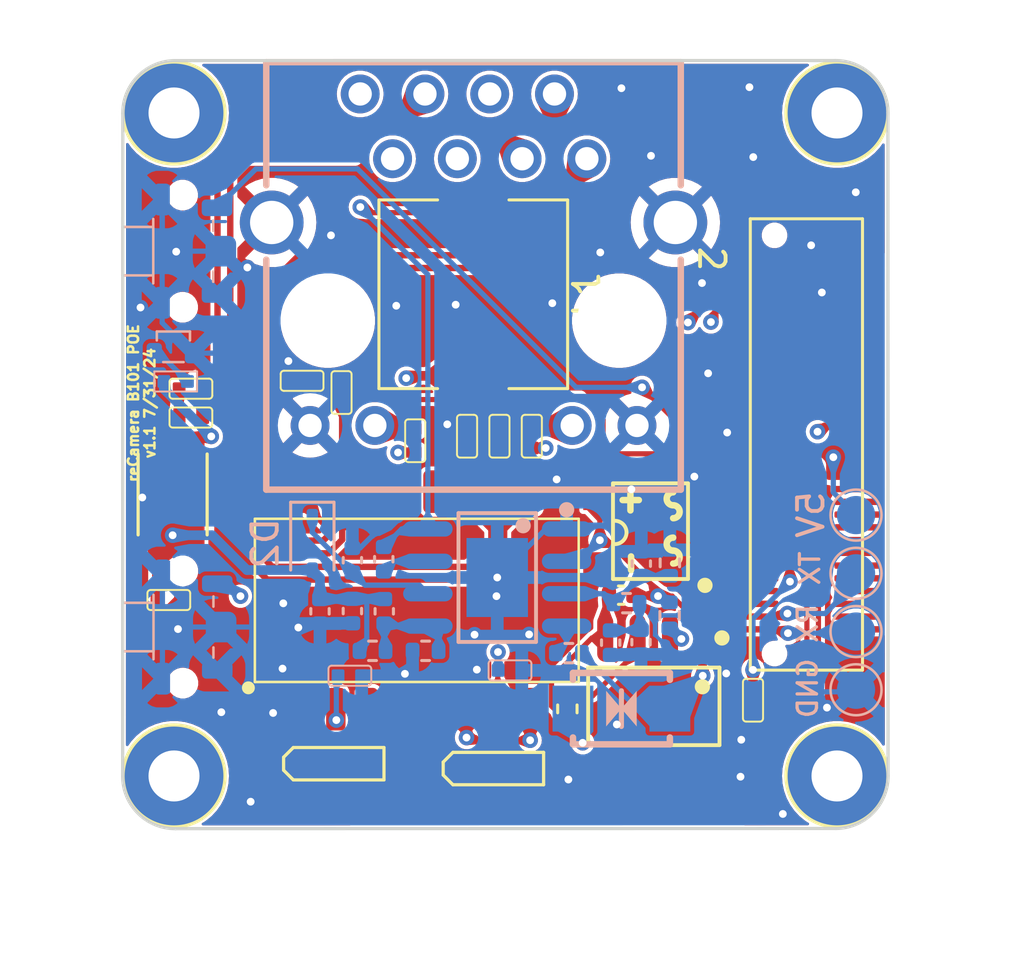
<source format=kicad_pcb>
(kicad_pcb (version 20240108) (generator "pcbnew") (generator_version "8.0")
  (layers (0 "F.Cu" signal) (1 "In1.Cu" signal) (2 "In2.Cu" signal) (31 "B.Cu" signal) (34 "B.Paste" user) (35 "F.Paste" user) (36 "B.SilkS" user "B.Silkscreen") (37 "F.SilkS" user "F.Silkscreen") (38 "B.Mask" user) (39 "F.Mask" user) (44 "Edge.Cuts" user))
  (net 0 "")
  (net 1 "+3V3")
  (net 2 "GND")
  (net 3 "Net-(C3-Pad2)")
  (net 4 "Net-(C4-Pad2)")
  (net 5 "+5V")
  (net 6 "USB_DN")
  (net 7 "USB_DP")
  (net 8 "SDIO_D1{slash}3V3")
  (net 9 "SDIO_D0{slash}3V3")
  (net 10 "SDIO_CLK{slash}3V3")
  (net 11 "SDIO_CMD{slash}3V3")
  (net 12 "SDIO_D3{slash}3V3")
  (net 13 "SDIO_D2{slash}3V3")
  (net 14 "USB_DET")
  (net 15 "DEBUG_UART0_TX")
  (net 16 "GPIO13")
  (net 17 "Net-(D10-+)")
  (net 18 "GPIO12")
  (net 19 "IIC1_SDA")
  (net 20 "IIC2_SCL")
  (net 21 "SDIO_CD{slash}3V3")
  (net 22 "nRESET")
  (net 23 "IIC2_SDA")
  (net 24 "EPHY_TXN")
  (net 25 "EPHY_RXP")
  (net 26 "PWR_WAKEUP1")
  (net 27 "IIC1_SCL")
  (net 28 "EPHY_RXN")
  (net 29 "UPGRAD_KEY{slash}WL_BT_EN")
  (net 30 "DEBUG_UART0_RX")
  (net 31 "EPHY_TXP")
  (net 32 "Net-(C5-Pad2)")
  (net 33 "Net-(C17-Pad2)")
  (net 34 "SD1_CLK")
  (net 35 "SD1_CMD")
  (net 36 "SD1_D0")
  (net 37 "SD1_D1")
  (net 38 "SD1_D2")
  (net 39 "SD1_D3")
  (net 40 "BT_UART1_TX")
  (net 41 "BT_UART1_RX")
  (net 42 "BT_UART1_RTS")
  (net 43 "BT_UART1_CTS")
  (net 49 "SD0_PWR_EN")
  (net 50 "VIN")
  (net 55 "RESERVE1")
  (net 58 "RESERVE2")
  (net 60 "+48V")
  (net 61 "/PHYTXN")
  (net 62 "/PHYTXP")
  (net 63 "/PHYRXP")
  (net 64 "/PHYRXN")
  (net 65 "POE_A2")
  (net 66 "POE_A1")
  (net 68 "Net-(RJ1-G+)")
  (net 71 "Net-(RJ1-Y+)")
  (net 73 "Net-(C10-Pad2)")
  (net 74 "Net-(U3-EN)")
  (net 75 "Net-(D2-K)")
  (net 76 "Net-(U3-BS)")
  (net 77 "Net-(U3-LX)")
  (net 78 "Net-(U3-FB)")
  (net 79 "Net-(U2-CLS)")
  (net 80 "Net-(U2-DET)")
  (net 81 "Net-(U3-RON)")
  (net 85 "GND_POE")
  (footprint "Capacitor_SMD:C0402" (layer "F.Cu") (at 101.21 96.3)
    (property "Reference" "C7" (hide yes))
    (property "Value" "100nF" (hide yes))
  )
  (footprint "Capacitor_SMD:C0402" (layer "F.Cu") (at 105.57 95.99)
    (property "Reference" "R14" (hide yes))
    (property "Value" "75R" (hide yes))
  )
  (footprint "Capacitor_SMD:C0402" (layer "F.Cu") (at 113.3128 98.1528 90)
    (property "Reference" "C5" (hide yes))
    (property "Value" "10nF" (hide yes))
  )
  (footprint "Diode:SOD-323" (layer "F.Cu") (at 107.0005 111)
    (property "Reference" "D11" (hide yes))
    (property "Value" "UDD32C03L01" (hide yes))
  )
  (footprint "Connector:BTB60-Male-Female-0.5-17.7x4.4mm" (layer "F.Cu") (at 125.344 98.48 -90)
    (property "Reference" "J1" (hide yes))
    (property "Value" "ST-BTB-058060-A")
  )
  (footprint "Diode:SOD-323" (layer "F.Cu") (at 113.26 111.19)
    (property "Reference" "D12" (hide yes))
    (property "Value" "UDD32C03L01" (hide yes))
  )
  (footprint "Fuse:F1210" (layer "F.Cu") (at 100.49 100.44 -90)
    (property "Reference" "F1" (hide yes))
    (property "Value" "2A")
  )
  (footprint "Capacitor_SMD:C0402" (layer "F.Cu") (at 114.57 98.16 -90)
    (property "Reference" "R12" (hide yes))
    (property "Value" "221" (hide yes))
  )
  (footprint "UM10B:UMB-4_L3.8-W3.6-P2.50-LS4.9-BL" (layer "F.Cu") (at 119.23 101.88 90)
    (property "Reference" "U1" (hide yes))
    (property "Value" "UM10B" (hide yes))
  )
  (footprint "Resistor_SMD:R_0402_1005Metric" (layer "F.Cu") (at 115.97 108.85 90)
    (property "Reference" "R4" (hide yes))
    (property "Value" "1.27k" (hide yes))
  )
  (footprint "Inductor_SMD:L_7.3x7.3_H3.5" (layer "F.Cu") (at 112.28 92.59 -90)
    (property "Reference" "L1")
    (property "Value" "47uH")
  )
  (footprint "Capacitor_SMD:C0402" (layer "F.Cu") (at 101.21 97.43)
    (property "Reference" "C6" (hide yes))
    (property "Value" "10uF" (hide yes))
  )
  (footprint "Capacitor_SMD:C0402" (layer "F.Cu") (at 107.12 96.44 90)
    (property "Reference" "C17" (hide yes))
    (property "Value" "10nF" (hide yes))
  )
  (footprint "Capacitor:C0402" (layer "F.Cu") (at 123.25 108.51 -90)
    (property "Reference" "C9" (hide yes))
    (property "Value" "10pF")
  )
  (footprint "UM10B:SOP-8_L4.9-W3.9-P1.27-LS6.0-BL" (layer "F.Cu") (at 119.36 108.75 180)
    (property "Reference" "U2" (hide yes))
    (property "Value" "XS2100S" (hide yes))
  )
  (footprint "Capacitor_SMD:C0402" (layer "F.Cu") (at 110.01 98.33 90)
    (property "Reference" "R11" (hide yes))
    (property "Value" "221" (hide yes))
  )
  (footprint "Capacitor_SMD:C0402" (layer "F.Cu") (at 112.03 98.16 -90)
    (property "Reference" "R13" (hide yes))
    (property "Value" "75R" (hide yes))
  )
  (footprint "Capacitor_SMD:C_0402_1005Metric" (layer "F.Cu") (at 118.08 104.39 180)
    (property "Reference" "C1" (hide yes))
    (property "Value" "68nF" (hide yes))
  )
  (footprint "Misc:TRF_16p_1d27_12d7x7d15x5d1mm" (layer "F.Cu") (at 110.065 104.595)
    (property "Reference" "T1" (hide yes))
    (property "Value" "KHX1631SR" (hide yes))
  )
  (footprint "Diode_SMD:ESD-0402" (layer "F.Cu") (at 100.34 104.58)
    (property "Reference" "D1" (hide yes))
    (property "Value" "ESDPSA0402V05" (hide yes))
  )
  (footprint "Capacitor_SMD:C_0402_1005Metric" (layer "B.Cu") (at 107.54 103.02 -90)
    (property "Reference" "C12" (hide yes))
    (property "Value" "100nF" (hide yes))
  )
  (footprint "Connector:TP" (layer "B.Cu") (at 127.29 105.816666 180)
    (property "Reference" "TP2" (hide yes))
    (property "Value" "Test Point" (hide yes))
  )
  (footprint "Resistor_SMD:R_0402_1005Metric" (layer "B.Cu") (at 116.029 106.663 180)
    (property "Reference" "R8" (hide yes))
    (property "Value" "1M" (hide yes))
  )
  (footprint "Capacitor_SMD:C_0402_1005Metric" (layer "B.Cu") (at 108.77 102.98 90)
    (property "Reference" "C13" (hide yes))
    (property "Value" "100nF" (hide yes))
  )
  (footprint "Capacitor_SMD:C_0402_1005Metric" (layer "B.Cu") (at 107.539 105.013 90)
    (property "Reference" "C16" (hide yes))
    (property "Value" "22uF" (hide yes))
  )
  (footprint "Resistor_SMD:R_0402_1005Metric" (layer "B.Cu") (at 118.289 104.703 180)
    (property "Reference" "R6" (hide yes))
    (property "Value" "270k" (hide yes))
  )
  (footprint "Diode_SMD:D_SOD-323" (layer "B.Cu") (at 105.969 102.3555 -90)
    (property "Reference" "D2")
    (property "Value" "1N4148WS")
  )
  (footprint "Resistor_SMD:R_0402_1005Metric" (layer "B.Cu") (at 119.989 103.123 -90)
    (property "Reference" "R7" (hide yes))
    (property "Value" "75k" (hide yes))
  )
  (footprint "UM10B:SOIC-8_L4.9-W3.9-P1.27-LS6.0-BL-EP" (layer "B.Cu") (at 113.22 103.698 -90)
    (property "Reference" "U3" (hide yes))
    (property "Value" "SY8502FCC" (hide yes))
  )
  (footprint "Capacitor_SMD:C_0402_1005Metric" (layer "B.Cu") (at 106.269 105.023 90)
    (property "Reference" "C15" (hide yes))
    (property "Value" "47uF" (hide yes))
  )
  (footprint "UM10B:SMAF_L3.5-W2.6-LS4.7-BI" (layer "B.Cu") (at 118.09 108.84 180)
    (property "Reference" "D13" (hide yes))
    (property "Value" "SMAFJ58CA" (hide yes))
  )
  (footprint "Capacitor:C0402" (layer "B.Cu") (at 107.44 107.55 180)
    (property "Reference" "C3" (hide yes))
    (property "Value" "100nF")
  )
  (footprint "Capacitor_SMD:C_0402_1005Metric" (layer "B.Cu") (at 118.859 106.233 90)
    (property "Reference" "C10" (hide yes))
    (property "Value" "2.2uF" (hide yes))
  )
  (footprint "Switch:SW5-SMD-4.56X2.3X1.9MM" (layer "B.Cu") (at 100.89 105.64 -90)
    (property "Reference" "K2" (hide yes))
    (property "Value" "TD-1100AP-A4N-D1R" (hide yes))
  )
  (footprint "Diode:LED2-0.6X1.7MM" (layer "B.Cu") (at 100.52 94.9 180)
    (property "Reference" "D10" (hide yes))
    (property "Value" "27-21/GHC-YR1S2M/3C" (hide yes))
  )
  (footprint "Capacitor_SMD:C_0402_1005Metric" (layer "B.Cu") (at 108.789 105.023 90)
    (property "Reference" "C14" (hide yes))
    (property "Value" "100pF" (hide yes))
  )
  (footprint "Resistor_SMD:R_0402_1005Metric" (layer "B.Cu") (at 110.409 106.573)
    (property "Reference" "R10" (hide yes))
    (property "Value" "38k" (hide yes))
  )
  (footprint "Capacitor_SMD:C_0402_1005Metric" (layer "B.Cu") (at 118.869 103.153 -90)
    (property "Reference" "C11" (hide yes))
    (property "Value" "100nF" (hide yes))
  )
  (footprint "Resistor_SMD:R_0402_1005Metric" (layer "B.Cu") (at 119.979 105.183 -90)
    (property "Reference" "R5" (hide yes))
    (property "Value" "24.9k" (hide yes))
  )
  (footprint "Resistor_SMD:R_0402_1005Metric" (layer "B.Cu") (at 108.329 106.573 180)
    (property "Reference" "R9" (hide yes))
    (property "Value" "120k" (hide yes))
  )
  (footprint "Connector:TP" (layer "B.Cu") (at 127.29 108.1 180)
    (property "Reference" "TP3" (hide yes))
    (property "Value" "Test Point" (hide yes))
  )
  (footprint "Switch:SW5-SMD-4.56X2.3X1.9MM" (layer "B.Cu") (at 100.88 90.9 -90)
    (property "Reference" "K1" (hide yes))
    (property "Value" "TD-1100AP-A4N-D1R" (hide yes))
  )
  (footprint "Connector_RJ:R-RJ45S08P-C000" (layer "B.Cu") (at 112.21 91.215 180)
    (property "Reference" "RJ1" (hide yes))
    (property "Value" "~" (hide yes))
  )
  (footprint "Connector:TP" (layer "B.Cu") (at 127.29 103.533333 180)
    (property "Reference" "TP1" (hide yes))
    (property "Value" "Test Point" (hide yes))
  )
  (footprint "Connector:TP" (layer "B.Cu") (at 127.29 101.25 180)
    (property "Reference" "TP4" (hide yes))
    (property "Value" "Test Point" (hide yes))
  )
  (footprint "Resistor:R0402" (layer "B.Cu") (at 100.61 96.01 180)
    (property "Reference" "R1" (hide yes))
    (property "Value" "510R")
  )
  (footprint "Capacitor:C0402" (layer "B.Cu") (at 113.72 107.34 180)
    (property "Reference" "C4" (hide yes))
    (property "Value" "100nF")
  )
  (footprint "Capacitor_SMD:C_0402_1005Metric" (layer "B.Cu") (at 117.669 106.253 90)
    (property "Reference" "C2" (hide yes))
    (property "Value" "2.2uF" (hide yes))
  )
  (gr_circle (center 100.544 111.48) (end 102.544 111.48) (stroke (width 0.127)) (fill none) (layer "F.SilkS"))
  (gr_circle (center 100.544 85.48) (end 102.544 85.48) (stroke (width 0.127)) (fill none) (layer "F.SilkS"))
  (gr_circle (center 126.544 111.48) (end 128.544 111.48) (stroke (width 0.127)) (fill none) (layer "F.SilkS"))
  (gr_circle (center 126.544 85.48) (end 128.544 85.48) (stroke (width 0.127)) (fill none) (layer "F.SilkS"))
  (gr_line (start 100.581868 83.427421) (end 126.467912 83.423988) (stroke (width 0.127)) (layer "Edge.Cuts"))
  (gr_arc (start 98.535856 85.499509) (mid 99.13 84.039999) (end 100.581868 83.427421) (stroke (width 0.127)) (layer "Edge.Cuts"))
  (gr_arc (start 128.546012 111.467912) (mid 127.951868 112.927421) (end 126.5 113.54) (stroke (width 0.127)) (layer "Edge.Cuts"))
  (gr_line (start 126.5 113.54) (end 100.602088 113.546012) (stroke (width 0.127)) (layer "Edge.Cuts"))
  (gr_arc (start 126.467912 83.423988) (mid 127.927421 84.018132) (end 128.54 85.47) (stroke (width 0.127)) (layer "Edge.Cuts"))
  (gr_line (start 98.53 111.5) (end 98.535856 85.499509) (stroke (width 0.127)) (layer "Edge.Cuts"))
  (gr_arc (start 100.602088 113.546012) (mid 99.142578 112.951868) (end 98.53 111.5) (stroke (width 0.127)) (layer "Edge.Cuts"))
  (gr_line (start 128.54 85.47) (end 128.546012 111.467912) (stroke (width 0.127)) (layer "Edge.Cuts"))
  (gr_text "TX" (at 125.93 103.34 90) (layer "B.SilkS") (effects (font (size 0.762 0.762) (thickness 0.127)) (justify bottom mirror)))
  (gr_text "GND" (at 125.84 108.045 90) (layer "B.SilkS") (effects (font (size 0.762 0.762) (thickness 0.127)) (justify bottom mirror)))
  (gr_text "RX" (at 125.84 105.505 90) (layer "B.SilkS") (effects (font (size 0.762 0.762) (thickness 0.127)) (justify bottom mirror)))
  (gr_text "reCamera B101 POE\nv1.1 7/31/24" (at 99.83 96.86 90) (layer "F.SilkS") (effects (font (size 0.4 0.4) (thickness 0.1)) (justify bottom)))
  (via (at 126.544 85.48) (size 4) (drill 2) (layers "F.Cu" "B.Cu") (net 0))
  (via (at 100.544 85.48) (size 4) (drill 2) (layers "F.Cu" "B.Cu") (net 0))
  (via (at 100.544 111.48) (size 4) (drill 2) (layers "F.Cu" "B.Cu") (net 0))
  (via (at 126.544 111.48) (size 4) (drill 2) (layers "F.Cu" "B.Cu") (net 0))
  (segment (start 126.03 97.73) (end 125.78 97.98) (width 0.2032) (layer "F.Cu") (net 1))
  (segment (start 127.344 97.73) (end 126.03 97.73) (width 0.2032) (layer "F.Cu") (net 1))
  (via (at 125.78 97.98) (size 0.6096) (drill 0.3048) (layers "F.Cu" "B.Cu") (net 1))
  (segment (start 123.25 109.6) (end 123.25 108.9725) (width 0.2032) (layer "F.Cu") (net 2))
  (segment (start 117.455 111.432) (end 117.455 110.845) (width 0.2032) (layer "F.Cu") (net 2))
  (segment (start 115.38 94.415) (end 118.7 97.735) (width 0.2032) (layer "F.Cu") (net 2))
  (segment (start 123.344 93.73) (end 122.444001 93.73) (width 0.2032) (layer "F.Cu") (net 2))
  (segment (start 100.8 105.62) (end 100.7 105.72) (width 0.381) (layer "F.Cu") (net 2))
  (segment (start 126.444001 97.23) (end 127.344 97.23) (width 0.2032) (layer "F.Cu") (net 2))
  (segment (start 117.455 109.975) (end 117.47 109.99) (width 0.2032) (layer "F.Cu") (net 2))
  (segment (start 105.1039 96.9589) (end 105.1039 95.9836) (width 0.2032) (layer "F.Cu") (net 2))
  (segment (start 117.47 109.99) (end 117.455 110.005) (width 0.2032) (layer "F.Cu") (net 2))
  (segment (start 126.24 92.23) (end 127.344 92.23) (width 0.2032) (layer "F.Cu") (net 2))
  (segment (start 99.3 100.56) (end 99.37 100.56) (width 0.2032) (layer "F.Cu") (net 2))
  (segment (start 126.11 96.895999) (end 126.444001 97.23) (width 0.2032) (layer "F.Cu") (net 2))
  (segment (start 121.25 92.15) (end 121.33 92.23) (width 0.2032) (layer "F.Cu") (net 2))
  (segment (start 122.455 98.23) (end 122.2375 98.0125) (width 0.1524) (layer "F.Cu") (net 2))
  (segment (start 117.455 110.005) (end 117.455 111.432) (width 0.2032) (layer "F.Cu") (net 2))
  (segment (start 123.344 93.73) (end 124.121488 93.73) (width 0.2032) (layer "F.Cu") (net 2))
  (segment (start 125.95 92.52) (end 126.24 92.23) (width 0.2032) (layer "F.Cu") (net 2))
  (segment (start 122.52 97.73) (end 123.344 97.73) (width 0.2032) (layer "F.Cu") (net 2))
  (segment (start 122.09 104.1916) (end 122.09 107.35) (width 0.2032) (layer "F.Cu") (net 2))
  (segment (start 101.6689 96.2936) (end 101.6689 97.4236) (width 0.381) (layer "F.Cu") (net 2))
  (segment (start 105.88 97.735) (end 105.1039 96.9589) (width 0.2032) (layer "F.Cu") (net 2))
  (segment (start 123.344 98.23) (end 122.455 98.23) (width 0.1524) (layer "F.Cu") (net 2))
  (segment (start 123.344 104.23) (end 122.43 104.23) (width 0.2032) (layer "F.Cu") (net 2))
  (segment (start 122.2 107.46) (end 122.2408 107.5008) (width 0.2032) (layer "F.Cu") (net 2))
  (segment (start 121.33 92.23) (end 123.344 92.23) (width 0.2032) (layer "F.Cu") (net 2))
  (segment (start 122.09 107.35) (end 122.2 107.46) (width 0.2032) (layer "F.Cu") (net 2))
  (segment (start 122.13 103.57) (end 122.47 103.23) (width 0.2032) (layer "F.Cu") (net 2))
  (segment (start 122.2375 98.0125) (end 122.52 97.73) (width 0.2032) (layer "F.Cu") (net 2))
  (segment (start 126.11 93.895999) (end 126.11 96.895999) (width 0.2032) (layer "F.Cu") (net 2))
  (segment (start 124.121488 92.23) (end 123.344 92.23) (width 0.2032) (layer "F.Cu") (net 2))
  (segment (start 100.8 104.58) (end 100.8 105.62) (width 0.381) (layer "F.Cu") (net 2))
  (segment (start 122.43 104.23) (end 122.2408 104.0408) (width 0.2032) (layer "F.Cu") (net 2))
  (segment (start 126.11 93.895999) (end 126.444001 94.23) (width 0.2032) (layer "F.Cu") (net 2))
  (segment (start 122.444001 93.73) (end 121.764001 94.41) (width 0.2032) (layer "F.Cu") (net 2))
  (segment (start 123.0225 108.9725) (end 123.25 108.9725) (width 0.2032) (layer "F.Cu") (net 2))
  (segment (start 122.47 103.23) (end 123.344 103.23) (width 0.2032) (layer "F.Cu") (net 2))
  (segment (start 115.38 92.94) (end 115.38 94.415) (width 0.2032) (layer "F.Cu") (net 2))
  (segment (start 111.2639 97.6939) (end 111.26 97.69) (width 0.2032) (layer "F.Cu") (net 2))
  (segment (start 121.764001 94.41) (end 121.764001 95.415999) (width 0.2032) (layer "F.Cu") (net 2))
  (segment (start 122.2408 107.5008) (end 122.2408 108.1908) (width 0.2032) (layer "F.Cu") (net 2))
  (segment (start 122.2408 104.0408) (end 122.13 103.93) (width 0.2032) (layer "F.Cu") (net 2))
  (segment (start 112.0364 97.6939) (end 111.2639 97.6939) (width 0.2032) (layer "F.Cu") (net 2))
  (segment (start 121.764001 95.415999) (end 121.49 95.69) (width 0.2032) (layer "F.Cu") (net 2))
  (segment (start 125.95 92.52) (end 126.11 92.68) (width 0.2032) (layer "F.Cu") (net 2))
  (segment (start 126.11 92.68) (end 126.11 93.895999) (width 0.2032) (layer "F.Cu") (net 2))
  (segment (start 122.2408 104.0408) (end 122.09 104.1916) (width 0.2032) (layer "F.Cu") (net 2))
  (segment (start 122.13 103.93) (end 122.13 103.57) (width 0.2032) (layer "F.Cu") (net 2))
  (segment (start 122.2408 108.1908) (end 123.0225 108.9725) (width 0.2032) (layer "F.Cu") (net 2))
  (segment (start 126.444001 94.23) (end 127.344 94.23) (width 0.2032) (layer "F.Cu") (net 2))
  (segment (start 122.79 110.06) (end 123.25 109.6) (width 0.2032) (layer "F.Cu") (net 2))
  (via (at 111.26 97.69) (size 0.6096) (drill 0.3048) (layers "F.Cu" "B.Cu") (net 2))
  (via (at 103.42 91.54) (size 0.6096) (drill 0.3048) (layers "F.Cu" "B.Cu") (net 2))
  (via (at 105.03 95.21) (size 0.6096) (drill 0.3048) (layers "F.Cu" "B.Cu") (net 2))
  (via (at 122.76 111.51) (size 0.6096) (drill 0.3048) (layers "F.Cu" "B.Cu") (net 2))
  (via (at 126.15 108.8) (size 0.6096) (drill 0.3048) (layers "F.Cu" "B.Cu") (net 2))
  (via (at 104.83 104.71) (size 0.6096) (drill 0.3048) (layers "F.Cu" "B.Cu") (net 2))
  (via (at 104.8 107.27) (size 0.6096) (drill 0.3048) (layers "F.Cu" "B.Cu") (net 2))
  (via (at 116.01 111.62) (size 0.6096) (drill 0.3048) (layers "F.Cu" "B.Cu") (net 2))
  (via (at 99.3 100.56) (size 0.6096) (drill 0.3048) (layers "F.Cu" "B.Cu") (net 2))
  (via (at 111.59 93) (size 0.6096) (drill 0.3048) (layers "F.Cu" "B.Cu") (net 2))
  (via (at 122.2 107.46) (size 0.6096) (drill 0.3048) (layers "F.Cu" "B.Cu") (net 2))
  (via (at 100.63 90.92) (size 0.6096) (drill 0.3048) (layers "F.Cu" "B.Cu") (net 2))
  (via (at 118.09 84.51) (size 0.6096) (drill 0.3048) (layers "F.Cu" "B.Cu") (net 2))
  (via (at 100.7 105.72) (size 0.6096) (drill 0.3048) (layers "F.Cu" "B.Cu") (net 2))
  (via (at 123.11 84.47) (size 0.6096) (drill 0.3048) (layers "F.Cu" "B.Cu") (net 2))
  (via (at 120.95 99.74) (size 0.6096) (drill 0.3048) (layers "F.Cu" "B.Cu") (net 2))
  (via (at 121.49 95.69) (size 0.6096) (drill 0.3048) (layers "F.Cu" "B.Cu") (net 2))
  (via (at 113.19 104.43) (size 0.6096) (drill 0.3048) (layers "F.Cu" "B.Cu") (net 2))
  (via (at 112.42 107.31) (size 0.6096) (drill 0.3048) (layers "F.Cu" "B.Cu") (net 2))
  (via (at 117.91 109.46) (size 0.6096) (drill 0.3048) (layers "F.Cu" "B.Cu") (net 2))
  (via (at 115.55 99.85) (size 0.6096) (drill 0.3048) (layers "F.Cu" "B.Cu") (net 2))
  (via (at 109.26 93.04) (size 0.6096) (drill 0.3048) (layers "F.Cu" "B.Cu") (net 2))
  (via (at 106.7 90.28) (size 0.6096) (drill 0.3048) (layers "F.Cu" "B.Cu") (net 2))
  (via (at 115.38 92.94) (size 0.6096) (drill 0.3048) (layers "F.Cu" "B.Cu") (net 2))
  (via (at 121.25 92.15) (size 0.6096) (drill 0.3048) (layers "F.Cu" "B.Cu") (net 2))
  (via (at 125.95 92.52) (size 0.6096) (drill 0.3048) (layers "F.Cu" "B.Cu") (net 2))
  (via (at 113.22 103.698) (size 0.6096) (drill 0.3048) (layers "F.Cu" "B.Cu") (net 2))
  (via (at 122.2375 98.0125) (size 0.6096) (drill 0.3048) (layers "F.Cu" "B.Cu") (net 2))
  (via (at 114.47 105.93) (size 0.6096) (drill 0.3048) (layers "F.Cu" "B.Cu") (net 2))
  (via (at 127.28 88.59) (size 0.6096) (drill 0.3048) (layers "F.Cu" "B.Cu") (net 2))
  (via (at 103.55 112.49) (size 0.6096) (drill 0.3048) (layers "F.Cu" "B.Cu") (net 2))
  (via (at 119.25 87.16) (size 0.6096) (drill 0.3048) (layers "F.Cu" "B.Cu") (net 2))
  (via (at 102.4 108.98) (size 0.6096) (drill 0.3048) (layers "F.Cu" "B.Cu") (net 2))
  (via (at 99.23 93.11) (size 0.6096) (drill 0.3048) (layers "F.Cu" "B.Cu") (net 2))
  (via (at 125.53 90.67) (size 0.6096) (drill 0.3048) (layers "F.Cu" "B.Cu") (net 2))
  (via (at 112.33 105.94) (size 0.6096) (drill 0.3048) (layers "F.Cu" "B.Cu") (net 2))
  (via (at 118.48 100.24) (size 0.6096) (drill 0.3048) (layers "F.Cu" "B.Cu") (net 2))
  (via (at 124.42 112.97) (size 0.6096) (drill 0.3048) (layers "F.Cu" "B.Cu") (net 2))
  (via (at 109.6 107.475) (size 0.6096) (drill 0.3048) (layers "F.Cu" "B.Cu") (net 2))
  (via (at 105.42 105.66) (size 0.6096) (drill 0.3048) (layers "F.Cu" "B.Cu") (net 2))
  (via (at 104.43 109.01) (size 0.6096) (drill 0.3048) (layers "F.Cu" "B.Cu") (net 2))
  (via (at 123.26 87.21) (size 0.6096) (drill 0.3048) (layers "F.Cu" "B.Cu") (net 2))
  (via (at 122.79 110.06) (size 0.6096) (drill 0.3048) (layers "F.Cu" "B.Cu") (net 2))
  (via (at 117.26 90.95) (size 0.6096) (drill 0.3048) (layers "F.Cu" "B.Cu") (net 2))
  (segment (start 107.84 102.54) (end 108.72 101.66) (width 0.2032) (layer "B.Cu") (net 2))
  (segment (start 99.2668 102.7918) (end 100.09 103.615) (width 0.2032) (layer "B.Cu") (net 2))
  (segment (start 125.95 92.52) (end 126.1 92.37) (width 0.2032) (layer "B.Cu") (net 2))
  (segment (start 118.839 106.733) (end 118.859 106.713) (width 0.2032) (layer "B.Cu") (net 2))
  (segment (start 122.2375 98.0125) (end 122.17 98.08) (width 0.2032) (layer "B.Cu") (net 2))
  (segment (start 118.859 102.663) (end 118.869 102.673) (width 0.2032) (layer "B.Cu") (net 2))
  (segment (start 108.72 101.62) (end 108.76 101.62) (width 0.2032) (layer "B.Cu") (net 2))
  (segment (start 100.61 90.9) (end 100.53 90.9) (width 0.2032) (layer "B.Cu") (net 2))
  (segment (start 106.132 105.64) (end 106.269 105.503) (width 0.2032) (layer "B.Cu") (net 2))
  (segment (start 100.65 90.9) (end 100.63 90.92) (width 0.2032) (layer "B.Cu") (net 2))
  (segment (start 100.31 90.68) (end 100.08 90.45) (width 0.2032) (layer "B.Cu") (net 2))
  (segment (start 119.006 106.86) (end 118.859 106.713) (width 0.2032) (layer "B.Cu") (net 2))
  (segment (start 125.3225 93.1475) (end 122.9275 93.1475) (width 0.2032) (layer "B.Cu") (net 2))
  (segment (start 102.35 94.9) (end 102.4 94.95) (width 0.2032) (layer "B.Cu") (net 2))
  (segment (start 108.76 101.62) (end 108.75 101.63) (width 0.2032) (layer "B.Cu") (net 2))
  (segment (start 122.79 110.06) (end 123.788421 110.06) (width 0.2032) (layer "B.Cu") (net 2))
  (segment (start 105.44 105.64) (end 106.132 105.64) (width 0.2032) (layer "B.Cu") (net 2))
  (segment (start 102.39 105.64) (end 105.4 105.64) (width 0.2032) (layer "B.Cu") (net 2))
  (segment (start 125.95 92.52) (end 125.3225 93.1475) (width 0.2032) (layer "B.Cu") (net 2))
  (segment (start 122.79 108.171579) (end 121.478421 106.86) (width 0.2032) (layer "B.Cu") (net 2))
  (segment (start 100.08 90.45) (end 100.08 88.875) (width 0.2032) (layer "B.Cu") (net 2))
  (segment (start 109.6 107.475) (end 109.899 107.176) (width 0.2032) (layer "B.Cu") (net 2))
  (segment (start 108.72 101.66) (end 108.72 101.62) (width 0.2032) (layer "B.Cu") (net 2))
  (segment (start 122.12 98.13) (end 122.2375 98.0125) (width 0.2032) (layer "B.Cu") (net 2))
  (segment (start 115.125 101.793) (end 113.22 103.698) (width 0.2032) (layer "B.Cu") (net 2))
  (segment (start 102.39 105.64) (end 100.54 105.64) (width 0.2032) (layer "B.Cu") (net 2))
  (segment (start 126.836 108.18) (end 126.85 108.166) (width 0.2032) (layer "B.Cu") (net 2))
  (segment (start 100.09 103.615) (end 100.09 107.665) (width 0.2032) (layer "B.Cu") (net 2))
  (segment (start 123.788421 110.06) (end 125.668421 108.18) (width 0.2032) (layer "B.Cu") (net 2))
  (segment (start 107.54 102.54) (end 107.84 102.54) (width 0.2032) (layer "B.Cu") (net 2))
  (segment (start 105.4 105.64) (end 105.42 105.66) (width 0.2032) (layer "B.Cu") (net 2))
  (segment (start 102.23 92.6) (end 100.31 90.68) (width 0.2032) (layer "B.Cu") (net 2))
  (segment (start 107.529 105.503) (end 107.539 105.493) (width 0.2032) (layer "B.Cu") (net 2))
  (segment (start 115.941 101.793) (end 115.125 101.793) (width 0.2032) (layer "B.Cu") (net 2))
  (segment (start 99.3 100.56) (end 99.2668 100.5932) (width 0.2032) (layer "B.Cu") (net 2))
  (segment (start 101.27 94.9) (end 102.35 94.9) (width 0.2032) (layer "B.Cu") (net 2))
  (segment (start 114.1825 107.34) (end 114.1825 106.2175) (width 0.1524) (layer "B.Cu") (net 2))
  (segment (start 99.15 100.41) (end 99.3 100.56) (width 0.2032) (layer "B.Cu") (net 2))
  (segment (start 105.42 105.66) (end 105.44 105.64) (width 0.2032) (layer "B.Cu") (net 2))
  (segment (start 101.27 94.9) (end 100.08 93.71) (width 0.2032) (layer "B.Cu") (net 2))
  (segment (start 102.39 107.19) (end 102.24 107.34) (width 0.2032) (layer "B.Cu") (net 2))
  (segment (start 102.24 107.34) (end 100.7 105.8) (width 0.2032) (layer "B.Cu") (net 2))
  (segment (start 114.1825 106.2175) (end 114.47 105.93) (width 0.1524) (layer "B.Cu") (net 2))
  (segment (start 122.945 110.06) (end 123.244 109.761) (width 0.2032) (layer "B.Cu") (net 2))
  (segment (start 119.929 102.673) (end 119.989 102.613) (width 0.2032) (layer "B.Cu") (net 2))
  (segment (start 122.79 110.06) (end 122.79 108.171579) (width 0.2032) (layer "B.Cu") (net 2))
  (segment (start 100.08 88.875) (end 100.08 92.925) (width 0.2032) (layer "B.Cu") (net 2))
  (segment (start 102.38 90.9) (end 100.65 90.9) (width 0.2032) (layer "B.Cu") (net 2))
  (segment (start 109.899 107.176) (end 109.899 106.573) (width 0.2032) (layer "B.Cu") (net 2))
  (segment (start 122.17 98.08) (end 122.17 98.14) (width 0.2032) (layer "B.Cu") (net 2))
  (segment (start 100.54 105.64) (end 100.09 105.19) (width 0.2032) (layer "B.Cu") (net 2))
  (segment (start 99.2668 100.5932) (end 99.2668 102.7918) (width 0.2032) (layer "B.Cu") (net 2))
  (segment (start 100.7 105.8) (end 100.7 105.72) (width 0.2032) (layer "B.Cu") (net 2))
  (segment (start 122.12 98.19) (end 122.12 98.13) (width 0.2032) (layer "B.Cu") (net 2))
  (segment (start 117.669 106.733) (end 118.839 106.733) (width 0.2032) (layer "B.Cu") (net 2))
  (segment (start 118.869 102.673) (end 119.929 102.673) (width 0.2032) (layer "B.Cu") (net 2))
  (segment (start 99.15 93.855) (end 99.15 100.41) (width 0.2032) (layer "B.Cu") (net 2))
  (segment (start 100.09 105.19) (end 100.09 103.615) (width 0.2032) (layer "B.Cu") (net 2))
  (segment (start 113.22 102.33) (end 113.22 103.698) (width 0.2032) (layer "B.Cu") (net 2))
  (segment (start 121.478421 106.86) (end 119.006 106.86) (width 0.2032) (layer "B.Cu") (net 2))
  (segment (start 107.9025 107.55) (end 109.525 107.55) (width 0.2032) (layer "B.Cu") (net 2))
  (segment (start 106.269 105.503) (end 107.529 105.503) (width 0.2032) (layer "B.Cu") (net 2))
  (segment (start 115.941 101.793) (end 116.819 101.793) (width 0.2032) (layer "B.Cu") (net 2))
  (segment (start 100.08 92.925) (end 99.15 93.855) (width 0.2032) (layer "B.Cu") (net 2))
  (segment (start 109.525 107.55) (end 109.6 107.475) (width 0.2032) (layer "B.Cu") (net 2))
  (segment (start 121.93 92.15) (end 121.25 92.15) (width 0.2032) (layer "B.Cu") (net 2))
  (segment (start 100.7 105.72) (end 100.62 105.72) (width 0.2032) (layer "B.Cu") (net 2))
  (segment (start 100.62 105.72) (end 100.54 105.64) (width 0.2032) (layer "B.Cu") (net 2))
  (segment (start 100.08 93.71) (end 100.08 92.925) (width 0.2032) (layer "B.Cu") (net 2))
  (segment (start 125.668421 108.18) (end 126.836 108.18) (width 0.2032) (layer "B.Cu") (net 2))
  (segment (start 100.63 90.92) (end 100.61 90.9) (width 0.2032) (layer "B.Cu") (net 2))
  (segment (start 122.9275 93.1475) (end 121.93 92.15) (width 0.2032) (layer "B.Cu") (net 2))
  (segment (start 100.53 90.9) (end 100.31 90.68) (width 0.2032) (layer "B.Cu") (net 2))
  (segment (start 122.79 110.06) (end 122.945 110.06) (width 0.2032) (layer "B.Cu") (net 2))
  (segment (start 106.885 108.865) (end 106.89 108.86) (width 0.2032) (layer "F.Cu") (net 3))
  (segment (start 106.91 109.29) (end 106.885 109.265) (width 0.2032) (layer "F.Cu") (net 3))
  (segment (start 106.885 109.315) (end 106.91 109.29) (width 0.2032) (layer "F.Cu") (net 3))
  (segment (start 106.885 109.265) (end 106.885 108.865) (width 0.2032) (layer "F.Cu") (net 3))
  (via (at 106.91 109.29) (size 0.6096) (drill 0.3048) (layers "F.Cu" "B.Cu") (net 3))
  (segment (start 106.91 107.6175) (end 106.9775 107.55) (width 0.2032) (layer "B.Cu") (net 3))
  (segment (start 106.91 109.29) (end 106.91 107.6175) (width 0.2032) (layer "B.Cu") (net 3))
  (segment (start 113.25 106.62) (end 113.24 106.63) (width 0.2032) (layer "F.Cu") (net 4))
  (segment (start 113.24 106.63) (end 113.24 108.86) (width 0.2032) (layer "F.Cu") (net 4))
  (via (at 113.25 106.62) (size 0.6096) (drill 0.3048) (layers "F.Cu" "B.Cu") (net 4))
  (segment (start 113.2575 107.34) (end 113.2575 106.6275) (width 0.1524) (layer "B.Cu") (net 4))
  (segment (start 113.2575 106.6275) (end 113.25 106.62) (width 0.1524) (layer "B.Cu") (net 4))
  (segment (start 100.49 102.04) (end 99.875 102.655) (width 0.381) (layer "F.Cu") (net 5))
  (segment (start 109.65 95.88) (end 109.74 95.79) (width 0.381) (layer "F.Cu") (net 5))
  (segment (start 109.74 95.79) (end 112.28 95.79) (width 0.381) (layer "F.Cu") (net 5))
  (segment (start 99.875 102.655) (end 99.875 104.58) (width 0.381) (layer "F.Cu") (net 5))
  (via (at 100.49 102.04) (size 0.6096) (drill 0.3048) (layers "F.Cu" "B.Cu") (net 5))
  (via (at 109.65 95.88) (size 0.6096) (drill 0.3048) (layers "F.Cu" "B.Cu") (net 5))
  (segment (start 103.4055 103.4055) (end 102.04 102.04) (width 0.381) (layer "B.Cu") (net 5))
  (segment (start 102.04 102.04) (end 100.49 102.04) (width 0.381) (layer "B.Cu") (net 5))
  (segment (start 107.539 104.533) (end 108.15 104.533) (width 0.381) (layer "B.Cu") (net 5))
  (segment (start 107.819 106.573) (end 108.103 106.289) (width 0.2032) (layer "B.Cu") (net 5))
  (segment (start 106.269 104.543) (end 106.269 103.7055) (width 0.381) (layer "B.Cu") (net 5))
  (segment (start 108.103 106.289) (end 108.103 104.58) (width 0.2032) (layer "B.Cu") (net 5))
  (segment (start 106.269 104.543) (end 107.529 104.543) (width 0.381) (layer "B.Cu") (net 5))
  (segment (start 105.969 103.4055) (end 103.4055 103.4055) (width 0.381) (layer "B.Cu") (net 5))
  (segment (start 108.15 104.533) (end 108.779 104.533) (width 0.381) (layer "B.Cu") (net 5))
  (segment (start 108.103 104.58) (end 108.15 104.533) (width 0.2032) (layer "B.Cu") (net 5))
  (segment (start 108.779 104.533) (end 108.789 104.543) (width 0.2032) (layer "B.Cu") (net 5))
  (segment (start 106.269 103.7055) (end 105.969 103.4055) (width 0.381) (layer "B.Cu") (net 5))
  (segment (start 107.529 104.543) (end 107.539 104.533) (width 0.2032) (layer "B.Cu") (net 5))
  (segment (start 124.6 105.11) (end 124.48 105.23) (width 0.2032) (layer "F.Cu") (net 15))
  (segment (start 124.48 105.23) (end 123.344 105.23) (width 0.2032) (layer "F.Cu") (net 15))
  (via (at 124.6 105.11) (size 0.6096) (drill 0.3048) (layers "F.Cu" "B.Cu") (net 15))
  (segment (start 126.89 104.3) (end 126.89 103.1) (width 0.2032) (layer "B.Cu") (net 15))
  (segment (start 124.6 105.11) (end 126.08 105.11) (width 0.2032) (layer "B.Cu") (net 15))
  (segment (start 126.08 105.11) (end 126.89 104.3) (width 0.2032) (layer "B.Cu") (net 15))
  (segment (start 99.9625 94.9) (end 101.0725 96.01) (width 0.2032) (layer "B.Cu") (net 17))
  (segment (start 99.77 94.9) (end 99.9625 94.9) (width 0.2032) (layer "B.Cu") (net 17))
  (segment (start 118.9 96.24) (end 121.89 99.23) (width 0.2032) (layer "F.Cu") (net 22))
  (segment (start 121.89 99.23) (end 123.344 99.23) (width 0.2032) (layer "F.Cu") (net 22))
  (via (at 118.9 96.24) (size 0.6096) (drill 0.3048) (layers "F.Cu" "B.Cu") (net 22))
  (segment (start 103.755201 87.674799) (end 102.23 89.2) (width 0.2032) (layer "B.Cu") (net 22))
  (segment (start 118.9 96.24) (end 116.31 96.24) (width 0.2032) (layer "B.Cu") (net 22))
  (segment (start 116.31 96.24) (end 107.744799 87.674799) (width 0.2032) (layer "B.Cu") (net 22))
  (segment (start 107.744799 87.674799) (end 103.755201 87.674799) (width 0.2032) (layer "B.Cu") (net 22))
  (segment (start 108.2005 111) (end 107.2271 111.9734) (width 0.2032) (layer "F.Cu") (net 24))
  (segment (start 122.536138 112.6834) (end 123.4534 111.766138) (width 0.2032) (layer "F.Cu") (net 24))
  (segment (start 125.3634 99.483862) (end 124.6434 98.763862) (width 0.2032) (layer "F.Cu") (net 24))
  (segment (start 123.4534 111.766138) (end 123.4534 109.976138) (width 0.2032) (layer "F.Cu") (net 24))
  (segment (start 107.44 111) (end 108.2005 111) (width 0.2032) (layer "F.Cu") (net 24))
  (segment (start 108.16 108.86) (end 108.16 109.25) (width 0.2032) (layer "F.Cu") (net 24))
  (segment (start 125.3634 108.066138) (end 125.3634 99.483862) (width 0.2032) (layer "F.Cu") (net 24))
  (segment (start 107.1166 110.6766) (end 107.44 111) (width 0.2032) (layer "F.Cu") (net 24))
  (segment (start 123.4534 109.976138) (end 125.3634 108.066138) (width 0.2032) (layer "F.Cu") (net 24))
  (segment (start 108.16 108.86) (end 108.16 109.315) (width 0.2032) (layer "F.Cu") (net 24))
  (segment (start 124.6434 91.954652) (end 124.395348 91.7066) (width 0.2032) (layer "F.Cu") (net 24))
  (segment (start 124.6434 98.763862) (end 124.6434 91.954652) (width 0.2032) (layer "F.Cu") (net 24))
  (segment (start 124.119 91.73) (end 123.344 91.73) (width 0.2032) (layer "F.Cu") (net 24))
  (segment (start 107.823862 112.6834) (end 122.536138 112.6834) (width 0.2032) (layer "F.Cu") (net 24))
  (segment (start 124.1424 91.7066) (end 124.119 91.73) (width 0.2032) (layer "F.Cu") (net 24))
  (segment (start 108.16 109.315) (end 107.1166 110.3584) (width 0.2032) (layer "F.Cu") (net 24))
  (segment (start 107.2271 112.086638) (end 107.823862 112.6834) (width 0.2032) (layer "F.Cu") (net 24))
  (segment (start 124.395348 91.7066) (end 124.1424 91.7066) (width 0.2032) (layer "F.Cu") (net 24))
  (segment (start 107.1166 110.3584) (end 107.1166 110.6766) (width 0.2032) (layer "F.Cu") (net 24))
  (segment (start 107.2271 111.9734) (end 107.2271 112.086638) (width 0.2032) (layer "F.Cu") (net 24))
  (segment (start 121.601266 92.79324) (end 122.35 92.79324) (width 0.2032) (layer "F.Cu") (net 25))
  (segment (start 112.015 108.905) (end 111.97 108.86) (width 0.2032) (layer "F.Cu") (net 25))
  (segment (start 113.0344 110.9656) (end 112.81 111.19) (width 0.2032) (layer "F.Cu") (net 25))
  (segment (start 112.364606 109.975) (end 113.0344 110.644794) (width 0.2032) (layer "F.Cu") (net 25))
  (segment (start 122.35 92.79324) (end 122.38984 92.7534) (width 0.2032) (layer "F.Cu") (net 25))
  (segment (start 112.81 111.19) (end 112.06 111.19) (width 0.2032) (layer "F.Cu") (net 25))
  (segment (start 120.697253 93.697253) (end 121.601266 92.79324) (width 0.2032) (layer "F.Cu") (net 25))
  (segment (start 123.3206 92.7534) (end 123.344 92.73) (width 0.2032) (layer "F.Cu") (net 25))
  (segment (start 112.015 109.975) (end 112.364606 109.975) (width 0.2032) (layer "F.Cu") (net 25))
  (segment (start 120.697253 93.697253) (end 120.697253 93.571695) (width 0.2032) (layer "F.Cu") (net 25))
  (segment (start 112.015 109.975) (end 112.015 108.905) (width 0.2032) (layer "F.Cu") (net 25))
  (segment (start 122.38984 92.7534) (end 123.3206 92.7534) (width 0.2032) (layer "F.Cu") (net 25))
  (segment (start 113.0344 110.644794) (end 113.0344 110.9656) (width 0.2032) (layer "F.Cu") (net 25))
  (via (at 120.697253 93.697253) (size 0.6096) (drill 0.3048) (layers "F.Cu" "B.Cu") (net 25))
  (via (at 112.015 109.975) (size 0.6096) (drill 0.3048) (layers "F.Cu" "B.Cu") (net 25))
  (segment (start 113.39 110.91) (end 113.67 111.19) (width 0.2032) (layer "F.Cu") (net 28))
  (segment (start 121.6 93.68) (end 121.6 93.435428) (width 0.2032) (layer "F.Cu") (net 28))
  (segment (start 122.563271 93.2066) (end 123.3206 93.2066) (width 0.2032) (layer "F.Cu") (net 28))
  (segment (start 121.6 93.56) (end 121.6 93.68) (width 0.2032) (layer "F.Cu") (net 28))
  (segment (start 113.67 111.19) (end 114.46 111.19) (width 0.2032) (layer "F.Cu") (net 28))
  (segment (start 114.51 110.08) (end 113.98 110.08) (width 0.2032) (layer "F.Cu") (net 28))
  (segment (start 121.48 93.68) (end 121.54 93.62) (width 0.2032) (layer "F.Cu") (net 28))
  (segment (start 122.523431 93.24644) (end 122.563271 93.2066) (width 0.2032) (layer "F.Cu") (net 28))
  (segment (start 114.51 108.86) (end 114.51 110.08) (width 0.2032) (layer "F.Cu") (net 28))
  (segment (start 123.3206 93.2066) (end 123.344 93.23) (width 0.2032) (layer "F.Cu") (net 28))
  (segment (start 113.98 110.08) (end 113.39 110.67) (width 0.2032) (layer "F.Cu") (net 28))
  (segment (start 121.788988 93.24644) (end 122.523431 93.24644) (width 0.2032) (layer "F.Cu") (net 28))
  (segment (start 121.6 93.68) (end 121.48 93.68) (width 0.2032) (layer "F.Cu") (net 28))
  (segment (start 113.39 110.67) (end 113.39 110.91) (width 0.2032) (layer "F.Cu") (net 28))
  (segment (start 121.6 93.435428) (end 121.788988 93.24644) (width 0.2032) (layer "F.Cu") (net 28))
  (via (at 121.6 93.68) (size 0.6096) (drill 0.3048) (layers "F.Cu" "B.Cu") (net 28))
  (via (at 114.51 110.08) (size 0.6096) (drill 0.3048) (layers "F.Cu" "B.Cu") (net 28))
  (segment (start 124.69 103.85) (end 124.7 103.86) (width 0.2032) (layer "F.Cu") (net 29))
  (segment (start 124.69 100.176001) (end 124.69 103.85) (width 0.2032) (layer "F.Cu") (net 29))
  (segment (start 123.25 107.32) (end 123.25 108.0475) (width 0.2032) (layer "F.Cu") (net 29))
  (segment (start 124.243999 99.73) (end 124.69 100.176001) (width 0.2032) (layer "F.Cu") (net 29))
  (segment (start 123.19 108) (end 123.244 108.054) (width 0.2032) (layer "F.Cu") (net 29))
  (segment (start 124.7 103.86) (end 124.8 103.89) (width 0.2032) (layer "F.Cu") (net 29))
  (segment (start 123.344 99.73) (end 124.243999 99.73) (width 0.2032) (layer "F.Cu") (net 29))
  (via (at 123.25 107.32) (size 0.6096) (drill 0.3048) (layers "F.Cu" "B.Cu") (net 29))
  (via (at 103.15 104.43) (size 0.6096) (drill 0.3048) (layers "F.Cu" "B.Cu") (net 29))
  (via (at 124.7 103.86) (size 0.6096) (drill 0.3048) (layers "F.Cu" "B.Cu") (net 29))
  (segment (start 124.7 103.86) (end 123.25 105.31) (width 0.2032) (layer "B.Cu") (net 29))
  (segment (start 102.66 103.94) (end 103.15 104.43) (width 0.2032) (layer "B.Cu") (net 29))
  (segment (start 123.25 107.32) (end 123.25 107.33) (width 0.2032) (layer "B.Cu") (net 29))
  (segment (start 123.25 105.31) (end 123.25 107.32) (width 0.2032) (layer "B.Cu") (net 29))
  (segment (start 102.24 103.94) (end 102.66 103.94) (width 0.2032) (layer "B.Cu") (net 29))
  (segment (start 123.344 105.73) (end 124.47 105.73) (width 0.2032) (layer "F.Cu") (net 30))
  (segment (start 124.47 105.73) (end 124.62 105.88) (width 0.2032) (layer "F.Cu") (net 30))
  (via (at 124.62 105.88) (size 0.6096) (drill 0.3048) (layers "F.Cu" "B.Cu") (net 30))
  (segment (start 126.61 105.88) (end 126.89 105.6) (width 0.2032) (layer "B.Cu") (net 30))
  (segment (start 124.62 105.88) (end 126.61 105.88) (width 0.2032) (layer "B.Cu") (net 30))
  (segment (start 124.1424 91.2534) (end 124.119 91.23) (width 0.2032) (layer "F.Cu") (net 31))
  (segment (start 105.62 109.315) (end 106.6634 110.3584) (width 0.2032) (layer "F.Cu") (net 31))
  (segment (start 123.9066 110.163862) (end 125.8166 108.253862) (width 0.2032) (layer "F.Cu") (net 31))
  (segment (start 106.6634 110.6966) (end 106.36 111) (width 0.2032) (layer "F.Cu") (net 31))
  (segment (start 125.8166 99.296138) (end 125.0966 98.576138) (width 0.2032) (layer "F.Cu") (net 31))
  (segment (start 106.6634 110.3584) (end 106.6634 110.6966) (width 0.2032) (layer "F.Cu") (net 31))
  (segment (start 107.636138 113.1366) (end 122.723862 113.1366) (width 0.2032) (layer "F.Cu") (net 31))
  (segment (start 125.0966 98.576138) (end 125.0966 91.766928) (width 0.2032) (layer "F.Cu") (net 31))
  (segment (start 124.583072 91.2534) (end 124.1424 91.2534) (width 0.2032) (layer "F.Cu") (net 31))
  (segment (start 122.723862 113.1366) (end 123.9066 111.953862) (width 0.2032) (layer "F.Cu") (net 31))
  (segment (start 125.0966 91.766928) (end 124.583072 91.2534) (width 0.2032) (layer "F.Cu") (net 31))
  (segment (start 105.62 108.86) (end 105.62 109.315) (width 0.2032) (layer "F.Cu") (net 31))
  (segment (start 125.8166 108.253862) (end 125.8166 99.296138) (width 0.2032) (layer "F.Cu") (net 31))
  (segment (start 123.9066 111.953862) (end 123.9066 110.163862) (width 0.2032) (layer "F.Cu") (net 31))
  (segment (start 106.36 111) (end 105.8005 111) (width 0.2032) (layer "F.Cu") (net 31))
  (segment (start 106.7739 111.9734) (end 106.7739 112.274362) (width 0.2032) (layer "F.Cu") (net 31))
  (segment (start 106.7739 112.274362) (end 107.636138 113.1366) (width 0.2032) (layer "F.Cu") (net 31))
  (segment (start 124.119 91.23) (end 123.344 91.23) (width 0.2032) (layer "F.Cu") (net 31))
  (segment (start 105.62 108.86) (end 105.62 109.32) (width 0.2032) (layer "F.Cu") (net 31))
  (segment (start 105.8005 111) (end 106.7739 111.9734) (width 0.2032) (layer "F.Cu") (net 31))
  (segment (start 112.0364 98.7389) (end 112.3358 98.7389) (width 0.2032) (layer "F.Cu") (net 32))
  (segment (start 112.3358 98.7389) (end 113.2436 97.8311) (width 0.2032) (layer "F.Cu") (net 32))
  (segment (start 106.0314 95.9811) (end 106.0289 95.9836) (width 0.2032) (layer "F.Cu") (net 33))
  (segment (start 107.1136 95.9811) (end 106.0314 95.9811) (width 0.2032) (layer "F.Cu") (net 33))
  (segment (start 126.4 98.98) (end 126.334 98.98) (width 0.381) (layer "F.Cu") (net 50))
  (segment (start 100.49 98.84) (end 100.49 97.6775) (width 0.381) (layer "F.Cu") (net 50))
  (segment (start 102.005 98.165) (end 101.165 98.165) (width 0.381) (layer "F.Cu") (net 50))
  (segment (start 101.165 98.165) (end 100.49 98.84) (width 0.381) (layer "F.Cu") (net 50))
  (segment (start 100.49 97.6775) (end 100.7439 97.4236) (width 0.381) (layer "F.Cu") (net 50))
  (segment (start 115.12 98.6189) (end 114.5764 98.6189) (width 0.2032) (layer "F.Cu") (net 50))
  (segment (start 109.33 98.7961) (end 110.0036 98.7961) (width 0.2032) (layer "F.Cu") (net 50))
  (segment (start 127.344 99.73) (end 127.95 99.73) (width 0.2032) (layer "F.Cu") (net 50))
  (segment (start 100.7439 97.4236) (end 100.7439 96.2936) (width 0.381) (layer "F.Cu") (net 50))
  (via (at 109.33 98.7961) (size 0.6096) (drill 0.3048) (layers "F.Cu" "B.Cu") (net 50))
  (via (at 115.12 98.6189) (size 0.6096) (drill 0.3048) (layers "F.Cu" "B.Cu") (net 50))
  (via (at 126.4 98.98) (size 0.6096) (drill 0.3048) (layers "F.Cu" "B.Cu") (net 50))
  (via (at 102.005 98.165) (size 0.6096) (drill 0.3048) (layers "F.Cu" "B.Cu") (net 50))
  (segment (start 100.1475 96.3075) (end 100.1475 96.01) (width 0.381) (layer "B.Cu") (net 50))
  (segment (start 126.4 98.98) (end 126.4 100.36) (width 0.2032) (layer "B.Cu") (net 50))
  (segment (start 126.4 100.36) (end 127.29 101.25) (width 0.2032) (layer "B.Cu") (net 50))
  (segment (start 102.005 98.165) (end 100.1475 96.3075) (width 0.381) (layer "B.Cu") (net 50))
  (segment (start 119.525 104.425) (end 120.075 104.425) (width 0.2032) (layer "F.Cu") (net 60))
  (segment (start 117.245 100.782) (end 117.093 100.63) (width 0.2032) (layer "F.Cu") (net 60))
  (segment (start 120.075 104.425) (end 121.265 105.615) (width 0.2032) (layer "F.Cu") (net 60))
  (segment (start 117.245 102.235) (end 117.245 100.782) (width 0.2032) (layer "F.Cu") (net 60))
  (segment (start 119.525 104.2321) (end 117.5279 102.235) (width 0.2032) (layer "F.Cu") (net 60))
  (segment (start 121.265 107.535) (end 121.265 106.068) (width 0.2032) (layer "F.Cu") (net 60))
  (segment (start 119.525 104.425) (end 119.525 104.2321) (width 0.2032) (layer "F.Cu") (net 60))
  (segment (start 117.5279 102.235) (end 117.245 102.235) (width 0.2032) (layer "F.Cu") (net 60))
  (segment (start 119.525 104.425) (end 119.49 104.39) (width 0.2032) (layer "F.Cu") (net 60))
  (segment (start 119.49 104.39) (end 118.56 104.39) (width 0.2032) (layer "F.Cu") (net 60))
  (segment (start 121.28 107.55) (end 121.265 107.535) (width 0.2032) (layer "F.Cu") (net 60))
  (segment (start 121.265 105.615) (end 121.265 106.068) (width 0.2032) (layer "F.Cu") (net 60))
  (via (at 119.525 104.425) (size 0.6096) (drill 0.3048) (layers "F.Cu" "B.Cu") (net 60))
  (via (at 117.245 102.235) (size 0.6096) (drill 0.3048) (layers "F.Cu" "B.Cu") (net 60))
  (via (at 121.28 107.55) (size 0.6096) (drill 0.3048) (layers "F.Cu" "B.Cu") (net 60))
  (segment (start 119.525 104.425) (end 119.731 104.425) (width 0.2032) (layer "B.Cu") (net 60))
  (segment (start 119.93 108.22) (end 120.44 108.22) (width 0.2032) (layer "B.Cu") (net 60))
  (segment (start 121.28 107.55) (end 119.99 108.84) (width 0.2032) (layer "B.Cu") (net 60))
  (segment (start 119.731 104.425) (end 119.979 104.673) (width 0.2032) (layer "B.Cu") (net 60))
  (segment (start 117.245 102.235) (end 116.417 103.063) (width 0.2032) (layer "B.Cu") (net 60))
  (segment (start 116.539 106.663) (end 118.716 108.84) (width 0.2032) (layer "B.Cu") (net 60))
  (segment (start 118.716 108.84) (end 119.99 108.84) (width 0.2032) (layer "B.Cu") (net 60))
  (segment (start 116.417 103.063) (end 115.941 103.063) (width 0.2032) (layer "B.Cu") (net 60))
  (segment (start 108.16 100.785) (end 108.16 100.33) (width 0.25) (layer "F.Cu") (net 61))
  (segment (start 103.88 92.626446) (end 103.88 102.180508) (width 0.25) (layer "F.Cu") (net 61))
  (segment (start 115.465 84.735) (end 115.465 89.861446) (width 0.25) (layer "F.Cu") (net 61))
  (segment (start 103.88 102.180508) (end 104.449071 102.749579) (width 0.25) (layer "F.Cu") (net 61))
  (segment (start 104.449071 102.749579) (end 106.603975 102.749579) (width 0.25) (layer "F.Cu") (net 61))
  (segment (start 107.14 101.805) (end 108.16 100.785) (width 0.25) (layer "F.Cu") (net 61))
  (segment (start 108.16 100.61) (end 108.16 100.33) (width 0.25) (layer "F.Cu") (net 61))
  (segment (start 114.266446 91.06) (end 105.446446 91.06) (width 0.25) (layer "F.Cu") (net 61))
  (segment (start 115.465 89.861446) (end 114.266446 91.06) (width 0.25) (layer "F.Cu") (net 61))
  (segment (start 107.14 102.213554) (end 107.14 101.805) (width 0.25) (layer "F.Cu") (net 61))
  (segment (start 106.603975 102.749579) (end 107.14 102.213554) (width 0.25) (layer "F.Cu") (net 61))
  (segment (start 105.446446 91.06) (end 103.88 92.626446) (width 0.25) (layer "F.Cu") (net 61))
  (segment (start 105.653554 91.56) (end 104.38 92.833554) (width 0.25) (layer "F.Cu") (net 62))
  (segment (start 106.396867 102.249579) (end 106.64 102.006446) (width 0.25) (layer "F.Cu") (net 62))
  (segment (start 104.656179 102.249579) (end 106.396867 102.249579) (width 0.25) (layer "F.Cu") (net 62))
  (segment (start 104.38 92.833554) (end 104.38 101.9734) (width 0.25) (layer "F.Cu") (net 62))
  (segment (start 115.965 88.045) (end 115.965 90.068554) (width 0.25) (layer "F.Cu") (net 62))
  (segment (start 106.64 102.006446) (end 106.64 101.805) (width 0.25) (layer "F.Cu") (net 62))
  (segment (start 115.965 90.068554) (end 114.473554 91.56) (width 0.25) (layer "F.Cu") (net 62))
  (segment (start 114.473554 91.56) (end 105.653554 91.56) (width 0.25) (layer "F.Cu") (net 62))
  (segment (start 106.64 101.805) (end 105.62 100.785) (width 0.25) (layer "F.Cu") (net 62))
  (segment (start 116.735 87.275) (end 115.965 88.045) (width 0.25) (layer "F.Cu") (net 62))
  (segment (start 105.62 100.576446) (end 105.62 100.33) (width 0.25) (layer "F.Cu") (net 62))
  (segment (start 105.62 100.785) (end 105.62 100.33) (width 0.25) (layer "F.Cu") (net 62))
  (segment (start 104.38 101.9734) (end 104.656179 102.249579) (width 0.25) (layer "F.Cu") (net 62))
  (segment (start 112.99 102.356446) (end 112.99 101.805) (width 0.25) (layer "F.Cu") (net 63))
  (segment (start 102.75 87.933175) (end 102.75 95.510911) (width 0.25) (layer "F.Cu") (net 63))
  (segment (start 102.75 101.626446) (end 104.403554 103.28) (width 0.25) (layer "F.Cu") (net 63))
  (segment (start 104.403554 103.28) (end 112.066446 103.28) (width 0.25) (layer "F.Cu") (net 63))
  (segment (start 112.99 101.805) (end 111.97 100.785) (width 0.25) (layer "F.Cu") (net 63))
  (segment (start 103.08718 98.613254) (end 102.75 98.950434) (width 0.25) (layer "F.Cu") (net 63))
  (segment (start 111.97 100.785) (end 111.97 100.33) (width 0.25) (layer "F.Cu") (net 63))
  (segment (start 102.75 98.950434) (end 102.75 101.626446) (width 0.25) (layer "F.Cu") (net 63))
  (segment (start 114.195 87.275) (end 113.1556 86.2356) (width 0.25) (layer "F.Cu") (net 63))
  (segment (start 103.408175 87.275) (end 102.75 87.933175) (width 0.25) (layer "F.Cu") (net 63))
  (segment (start 102.75 95.510911) (end 103.08718 95.848091) (width 0.25) (layer "F.Cu") (net 63))
  (segment (start 112.066446 103.28) (end 112.99 102.356446) (width 0.25) (layer "F.Cu") (net 63))
  (segment (start 103.08718 95.848091) (end 103.08718 98.613254) (width 0.25) (layer "F.Cu") (net 63))
  (segment (start 107.645066 87.275) (end 103.408175 87.275) (width 0.25) (layer "F.Cu") (net 63))
  (segment (start 108.684466 86.2356) (end 107.645066 87.275) (width 0.25) (layer "F.Cu") (net 63))
  (segment (start 113.1556 86.2356) (end 108.684466 86.2356) (width 0.25) (layer "F.Cu") (net 63))
  (segment (start 113.49 101.805) (end 114.51 100.785) (width 0.25) (layer "F.Cu") (net 64))
  (segment (start 102.5872 98.406156) (end 102.25 98.743356) (width 0.25) (layer "F.Cu") (net 64))
  (segment (start 102.25 98.743356) (end 102.25 101.833554) (width 0.25) (layer "F.Cu") (net 64))
  (segment (start 110.385 84.735) (end 109.38438 85.73562) (width 0.25) (layer "F.Cu") (net 64))
  (segment (start 109.38438 85.73562) (end 108.477368 85.73562) (width 0.25) (layer "F.Cu") (net 64))
  (segment (start 113.49 102.563554) (end 113.49 101.805) (width 0.25) (layer "F.Cu") (net 64))
  (segment (start 103.626777 86.773223) (end 103.202844 86.773223) (width 0.25) (layer "F.Cu") (net 64))
  (segment (start 102.25 95.7557) (end 102.287711 95.7557) (width 0.25) (layer "F.Cu") (net 64))
  (segment (start 107.437988 86.775) (end 103.628554 86.775) (width 0.25) (layer "F.Cu") (net 64))
  (segment (start 102.5872 96.055189) (end 102.5872 98.406156) (width 0.25) (layer "F.Cu") (net 64))
  (segment (start 112.273554 103.78) (end 113.49 102.563554) (width 0.25) (layer "F.Cu") (net 64))
  (segment (start 114.51 100.785) (end 114.51 100.33) (width 0.25) (layer "F.Cu") (net 64))
  (segment (start 102.25 101.833554) (end 104.196446 103.78) (width 0.25) (layer "F.Cu") (net 64))
  (segment (start 103.202844 86.773223) (end 102.25 87.726067) (width 0.25) (layer "F.Cu") (net 64))
  (segment (start 102.25 87.726067) (end 102.25 95.7557) (width 0.25) (layer "F.Cu") (net 64))
  (segment (start 103.628554 86.775) (end 103.626777 86.773223) (width 0.25) (layer "F.Cu") (net 64))
  (segment (start 104.196446 103.78) (end 112.273554 103.78) (width 0.25) (layer "F.Cu") (net 64))
  (segment (start 108.477368 85.73562) (end 107.437988 86.775) (width 0.25) (layer "F.Cu") (net 64))
  (segment (start 102.287711 95.7557) (end 102.5872 96.055189) (width 0.25) (layer "F.Cu") (net 64))
  (segment (start 121.367 100.63) (end 120.434 100.63) (width 0.2032) (layer "F.Cu") (net 65))
  (segment (start 113.2436 98.7561) (end 113.2436 100.3264) (width 0.2032) (layer "F.Cu") (net 65))
  (segment (start 113.6896 99.2021) (end 119.0061 99.2021) (width 0.2032) (layer "F.Cu") (net 65))
  (segment (start 120.434 100.63) (end 119.0061 99.2021) (width 0.2032) (layer "F.Cu") (net 65))
  (segment (start 113.2436 100.3264) (end 113.24 100.33) (width 0.2032) (layer "F.Cu") (net 65))
  (segment (start 113.2436 98.7561) (end 113.6896 99.2021) (width 0.2032) (layer "F.Cu") (net 65))
  (segment (start 107.1136 100.1064) (end 107.1136 96.9061) (width 0.2032) (layer "F.Cu") (net 66))
  (segment (start 110.926 96.794) (end 113.634 96.794) (width 0.2032) (layer "F.Cu") (net 66))
  (segment (start 121.003606 98.8465) (end 121.742706 99.5856) (width 0.2032) (layer "F.Cu") (net 66))
  (segment (start 110.851 96.719) (end 110.926 96.794) (width 0.2032) (layer "F.Cu") (net 66))
  (segment (start 121.742706 99.5856) (end 121.7656 99.5856) (width 0.2032) (layer "F.Cu") (net 66))
  (segment (start 117.8665 98.8465) (end 121.003606 98.8465) (width 0.2032) (layer "F.Cu") (net 66))
  (segment (start 113.808 96.62) (end 116.481841 96.62) (width 0.2032) (layer "F.Cu") (net 66))
  (segment (start 117.37 98.35) (end 117.8665 98.8465) (width 0.2032) (layer "F.Cu") (net 66))
  (segment (start 121.7656 99.5856) (end 122.121 99.941) (width 0.2032) (layer "F.Cu") (net 66))
  (segment (start 116.481841 96.62) (end 117.37 97.508159) (width 0.2032) (layer "F.Cu") (net 66))
  (segment (start 113.634 96.794) (end 113.808 96.62) (width 0.2032) (layer "F.Cu") (net 66))
  (segment (start 106.89 100.33) (end 107.1136 100.1064) (width 0.2032) (layer "F.Cu") (net 66))
  (segment (start 122.121 102.376) (end 121.367 103.13) (width 0.2032) (layer "F.Cu") (net 66))
  (segment (start 122.121 99.941) (end 122.121 102.376) (width 0.2032) (layer "F.Cu") (net 66))
  (segment (start 107.3007 96.719) (end 110.851 96.719) (width 0.2032) (layer "F.Cu") (net 66))
  (segment (start 107.1136 96.9061) (end 107.3007 96.719) (width 0.2032) (layer "F.Cu") (net 66))
  (segment (start 117.37 97.508159) (end 117.37 98.35) (width 0.2032) (layer "F.Cu") (net 66))
  (segment (start 110.0036 97.8711) (end 108.5561 97.8711) (width 0.2032) (layer "F.Cu") (net 68))
  (segment (start 108.5561 97.8711) (end 108.42 97.735) (width 0.2032) (layer "F.Cu") (net 68))
  (segment (start 114.5364 97.8239) (end 116.0711 97.8239) (width 0.2032) (layer "F.Cu") (net 71))
  (segment (start 116.0711 97.8239) (end 116.16 97.735) (width 0.2032) (layer "F.Cu") (net 71))
  (segment (start 118.839 105.773) (end 118.859 105.753) (width 0.2032) (layer "B.Cu") (net 73))
  (segment (start 118.799 104.703) (end 118.799 105.693) (width 0.2032) (layer "B.Cu") (net 73))
  (segment (start 118.799 105.693) (end 118.859 105.753) (width 0.2032) (layer "B.Cu") (net 73))
  (segment (start 117.669 105.773) (end 118.839 105.773) (width 0.2032) (layer "B.Cu") (net 73))
  (segment (start 117.779 104.703) (end 117.799 104.703) (width 0.2032) (layer "B.Cu") (net 74))
  (segment (start 117.799 104.703) (end 118.869 103.633) (width 0.2032) (layer "B.Cu") (net 74))
  (segment (start 119.989 103.633) (end 118.869 103.633) (width 0.2032) (layer "B.Cu") (net 74))
  (segment (start 117.409 104.333) (end 117.779 104.703) (width 0.2032) (layer "B.Cu") (net 74))
  (segment (start 115.941 104.333) (end 117.409 104.333) (width 0.2032) (layer "B.Cu") (net 74))
  (segment (start 107.54 103.5) (end 105.969 101.929) (width 0.2032) (layer "B.Cu") (net 75))
  (segment (start 107.54 103.5) (end 108.04 104) (width 0.2032) (layer "B.Cu") (net 75))
  (segment (start 105.969 101.929) (end 105.969 101.3055) (width 0.2032) (layer "B.Cu") (net 75))
  (segment (start 110.166 104) (end 110.499 104.333) (width 0.2032) (layer "B.Cu") (net 75))
  (segment (start 108.04 104) (end 110.166 104) (width 0.2032) (layer "B.Cu") (net 75))
  (segment (start 110.499 104.333) (end 109.9273 104.333) (width 0.2032) (layer "B.Cu") (net 75))
  (segment (start 110.499 103.063) (end 109.167 103.063) (width 0.2032) (layer "B.Cu") (net 76))
  (segment (start 109.167 103.063) (end 108.77 103.46) (width 0.2032) (layer "B.Cu") (net 76))
  (segment (start 112.28 89.39) (end 108.07 89.39) (width 0.2032) (layer "F.Cu") (net 77))
  (segment (start 108.07 89.39) (end 107.85 89.17) (width 0.2032) (layer "F.Cu") (net 77))
  (via (at 107.85 89.17) (size 0.6096) (drill 0.3048) (layers "F.Cu" "B.Cu") (net 77))
  (segment (start 107.85 89.17) (end 110.499 91.819) (width 0.2032) (layer "B.Cu") (net 77))
  (segment (start 110.499 91.819) (end 110.499 101.793) (width 0.2032) (layer "B.Cu") (net 77))
  (segment (start 110.499 101.793) (end 109.477 101.793) (width 0.2032) (layer "B.Cu") (net 77))
  (segment (start 109.477 101.793) (end 108.77 102.5) (width 0.2032) (layer "B.Cu") (net 77))
  (segment (start 108.789 106.523) (end 108.839 106.573) (width 0.2032) (layer "B.Cu") (net 78))
  (segment (start 110.919 106.573) (end 110.919 106.023) (width 0.2032) (layer "B.Cu") (net 78))
  (segment (start 108.789 105.503) (end 108.789 106.523) (width 0.2032) (layer "B.Cu") (net 78))
  (segment (start 108.889 105.603) (end 108.789 105.503) (width 0.2032) (layer "B.Cu") (net 78))
  (segment (start 110.919 106.023) (end 110.499 105.603) (width 0.2032) (layer "B.Cu") (net 78))
  (segment (start 110.499 105.603) (end 108.889 105.603) (width 0.2032) (layer "B.Cu") (net 78))
  (segment (start 115.97 108.34) (end 116.9587 108.34) (width 0.2032) (layer "F.Cu") (net 79))
  (segment (start 116.9587 108.34) (end 118.725 106.5737) (width 0.2032) (layer "F.Cu") (net 79))
  (segment (start 118.725 106.5737) (end 118.725 106.068) (width 0.2032) (layer "F.Cu") (net 79))
  (segment (start 120.4418 106.1082) (end 120.4016 106.068) (width 0.2032) (layer "F.Cu") (net 80))
  (segment (start 120.4016 106.068) (end 119.995 106.068) (width 0.2032) (layer "F.Cu") (net 80))
  (via (at 120.4418 106.1082) (size 0.6096) (drill 0.3048) (layers "F.Cu" "B.Cu") (net 80))
  (segment (start 120.4418 106.1082) (end 120.0266 105.693) (width 0.2032) (layer "B.Cu") (net 80))
  (segment (start 120.0266 105.693) (end 119.979 105.693) (width 0.2032) (layer "B.Cu") (net 80))
  (segment (start 115.941 105.603) (end 115.941 106.241) (width 0.2032) (layer "B.Cu") (net 81))
  (segment (start 115.941 106.241) (end 115.519 106.663) (width 0.2032) (layer "B.Cu") (net 81))
  (segment (start 117.455 106.068) (end 116.9368 106.068) (width 0.2032) (layer "F.Cu") (net 85))
  (segment (start 115.35 108.74) (end 115.97 109.36) (width 0.2032) (layer "F.Cu") (net 85))
  (segment (start 116.57 109.96) (end 115.97 109.36) (width 0.2032) (layer "F.Cu") (net 85))
  (segment (start 115.35 107.6548) (end 115.35 108.74) (width 0.2032) (layer "F.Cu") (net 85))
  (segment (start 117.6 104.39) (end 117.6 103.637) (width 0.2032) (layer "F.Cu") (net 85))
  (segment (start 117.6 103.637) (end 117.093 103.13) (width 0.2032) (layer "F.Cu") (net 85))
  (segment (start 117.455 104.535) (end 117.6 104.39) (width 0.2032) (layer "F.Cu") (net 85))
  (segment (start 116.57 110.18) (end 116.57 109.96) (width 0.2032) (layer "F.Cu") (net 85))
  (segment (start 117.455 106.068) (end 117.455 104.535) (width 0.2032) (layer "F.Cu") (net 85))
  (segment (start 116.9368 106.068) (end 115.35 107.6548) (width 0.2032) (layer "F.Cu") (net 85))
  (via (at 116.57 110.18) (size 0.6096) (drill 0.3048) (layers "F.Cu" "B.Cu") (net 85))
  (segment (start 116.19 108.84) (end 116.19 109.8) (width 0.2032) (layer "B.Cu") (net 85))
  (segment (start 116.19 109.8) (end 116.57 110.18) (width 0.2032) (layer "B.Cu") (net 85))
  (zone (net 50) (net_name "VIN") (layer "F.Cu") (priority 3) (connect_pads yes (clearance 0.2)) (min_thickness 0.2) (fill yes (thermal_gap 0.2) (thermal_bridge_width 0.2))
    (polygon (pts (xy 128.28 98.08) (xy 128.28 99.87) (xy 125.967 99.87) (xy 125.713 99.663) (xy 125.7 98.65) (xy 126.27 98.08)))
  )
  (zone (net 2) (net_name "GND") (layers "F.Cu" "In1.Cu" "In2.Cu" "B.Cu") (priority 1) (connect_pads (clearance 0.1016)) (min_thickness 0.1016) (fill yes (thermal_gap 0.5) (thermal_bridge_width 0.5))
    (polygon (pts (xy 94.06 81.05) (xy 133.37 81.21) (xy 133.89 118.13) (xy 93.72 118.42)))
  )
)
</source>
